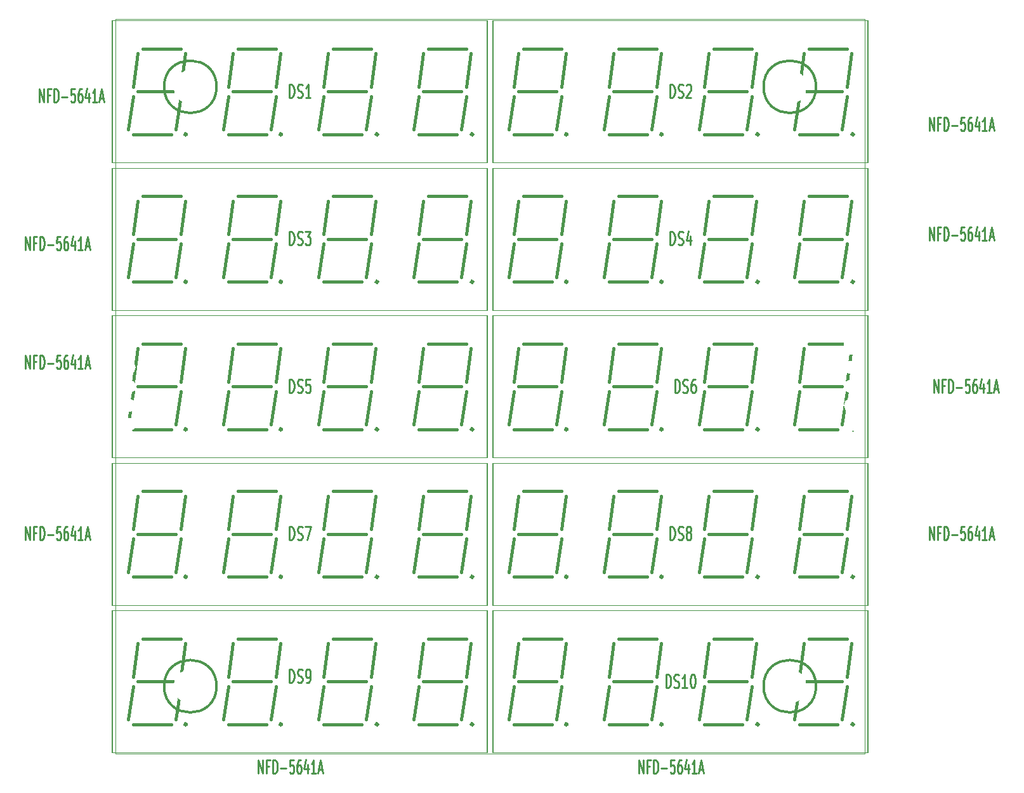
<source format=gto>
G04 #@! TF.FileFunction,Legend,Top*
%FSLAX46Y46*%
G04 Gerber Fmt 4.6, Leading zero omitted, Abs format (unit mm)*
G04 Created by KiCad (PCBNEW 4.0.2-stable) date 11/09/2016 10:57:48*
%MOMM*%
G01*
G04 APERTURE LIST*
%ADD10C,0.150000*%
%ADD11C,0.100000*%
%ADD12C,0.381000*%
%ADD13C,0.070000*%
%ADD14C,0.304800*%
%ADD15C,0.285750*%
%ADD16C,0.254000*%
%ADD17C,1.778000*%
%ADD18C,4.500880*%
%ADD19R,2.032000X1.727200*%
%ADD20O,2.032000X1.727200*%
G04 APERTURE END LIST*
D10*
D11*
X50800000Y-29000000D02*
X50800000Y-127000000D01*
X150800000Y-29000000D02*
X150800000Y-127000000D01*
X50800000Y-29000000D02*
X150800000Y-29000000D01*
X150800000Y-127000000D02*
X50800000Y-127000000D01*
D12*
X60287000Y-44345000D02*
G75*
G03X60287000Y-44345000I-127000J0D01*
G01*
X53175000Y-44345000D02*
X58255000Y-44345000D01*
X59525000Y-32915000D02*
X54445000Y-32915000D01*
X59525000Y-37995000D02*
X60160000Y-33550000D01*
X53810000Y-33550000D02*
X53175000Y-37995000D01*
X58890000Y-43710000D02*
X59525000Y-39265000D01*
X53175000Y-39265000D02*
X52540000Y-43710000D01*
X53810000Y-38630000D02*
X58890000Y-38630000D01*
X98514000Y-44345000D02*
G75*
G03X98514000Y-44345000I-127000J0D01*
G01*
X91275000Y-39265000D02*
X90640000Y-43710000D01*
X96990000Y-43710000D02*
X97625000Y-39265000D01*
X91275000Y-44345000D02*
X96355000Y-44345000D01*
X92545000Y-32915000D02*
X97625000Y-32915000D01*
X91275000Y-37995000D02*
X91910000Y-33550000D01*
X97625000Y-37995000D02*
X98260000Y-33550000D01*
X91910000Y-38630000D02*
X96990000Y-38630000D01*
D13*
X100400000Y-29130000D02*
X50400000Y-29130000D01*
X50400000Y-48130000D02*
X100400000Y-48130000D01*
D12*
X85814000Y-44345000D02*
G75*
G03X85814000Y-44345000I-127000J0D01*
G01*
X72987000Y-44345000D02*
G75*
G03X72987000Y-44345000I-127000J0D01*
G01*
X84925000Y-37995000D02*
X85560000Y-33550000D01*
X79845000Y-32915000D02*
X84925000Y-32915000D01*
X78575000Y-37995000D02*
X79210000Y-33550000D01*
X84290000Y-43710000D02*
X84925000Y-39265000D01*
X78575000Y-44345000D02*
X83655000Y-44345000D01*
X78575000Y-39265000D02*
X77940000Y-43710000D01*
X65875000Y-44345000D02*
X70955000Y-44345000D01*
X72225000Y-32915000D02*
X67145000Y-32915000D01*
X72225000Y-37995000D02*
X72860000Y-33550000D01*
X71590000Y-43710000D02*
X72225000Y-39265000D01*
X65875000Y-39265000D02*
X65240000Y-43710000D01*
X66510000Y-33550000D02*
X65875000Y-37995000D01*
X79210000Y-38630000D02*
X84290000Y-38630000D01*
X66510000Y-38630000D02*
X71590000Y-38630000D01*
D10*
X100400000Y-29130000D02*
X100400000Y-48130000D01*
X50400000Y-48130000D02*
X50400000Y-29130000D01*
D14*
X144300120Y-118000000D02*
G75*
G03X144300120Y-118000000I-3500120J0D01*
G01*
X144300120Y-38000000D02*
G75*
G03X144300120Y-38000000I-3500120J0D01*
G01*
X64300120Y-118000000D02*
G75*
G03X64300120Y-118000000I-3500120J0D01*
G01*
X64300120Y-38000000D02*
G75*
G03X64300120Y-38000000I-3500120J0D01*
G01*
D12*
X111087000Y-44345000D02*
G75*
G03X111087000Y-44345000I-127000J0D01*
G01*
X103975000Y-44345000D02*
X109055000Y-44345000D01*
X110325000Y-32915000D02*
X105245000Y-32915000D01*
X110325000Y-37995000D02*
X110960000Y-33550000D01*
X104610000Y-33550000D02*
X103975000Y-37995000D01*
X109690000Y-43710000D02*
X110325000Y-39265000D01*
X103975000Y-39265000D02*
X103340000Y-43710000D01*
X104610000Y-38630000D02*
X109690000Y-38630000D01*
X149314000Y-44345000D02*
G75*
G03X149314000Y-44345000I-127000J0D01*
G01*
X142075000Y-39265000D02*
X141440000Y-43710000D01*
X147790000Y-43710000D02*
X148425000Y-39265000D01*
X142075000Y-44345000D02*
X147155000Y-44345000D01*
X143345000Y-32915000D02*
X148425000Y-32915000D01*
X142075000Y-37995000D02*
X142710000Y-33550000D01*
X148425000Y-37995000D02*
X149060000Y-33550000D01*
X142710000Y-38630000D02*
X147790000Y-38630000D01*
D13*
X151200000Y-29130000D02*
X101200000Y-29130000D01*
X101200000Y-48130000D02*
X151200000Y-48130000D01*
D12*
X136614000Y-44345000D02*
G75*
G03X136614000Y-44345000I-127000J0D01*
G01*
X123787000Y-44345000D02*
G75*
G03X123787000Y-44345000I-127000J0D01*
G01*
X135725000Y-37995000D02*
X136360000Y-33550000D01*
X130645000Y-32915000D02*
X135725000Y-32915000D01*
X129375000Y-37995000D02*
X130010000Y-33550000D01*
X135090000Y-43710000D02*
X135725000Y-39265000D01*
X129375000Y-44345000D02*
X134455000Y-44345000D01*
X129375000Y-39265000D02*
X128740000Y-43710000D01*
X116675000Y-44345000D02*
X121755000Y-44345000D01*
X123025000Y-32915000D02*
X117945000Y-32915000D01*
X123025000Y-37995000D02*
X123660000Y-33550000D01*
X122390000Y-43710000D02*
X123025000Y-39265000D01*
X116675000Y-39265000D02*
X116040000Y-43710000D01*
X117310000Y-33550000D02*
X116675000Y-37995000D01*
X130010000Y-38630000D02*
X135090000Y-38630000D01*
X117310000Y-38630000D02*
X122390000Y-38630000D01*
D10*
X151200000Y-29130000D02*
X151200000Y-48130000D01*
X101200000Y-48130000D02*
X101200000Y-29130000D01*
D12*
X60287000Y-64030000D02*
G75*
G03X60287000Y-64030000I-127000J0D01*
G01*
X53175000Y-64030000D02*
X58255000Y-64030000D01*
X59525000Y-52600000D02*
X54445000Y-52600000D01*
X59525000Y-57680000D02*
X60160000Y-53235000D01*
X53810000Y-53235000D02*
X53175000Y-57680000D01*
X58890000Y-63395000D02*
X59525000Y-58950000D01*
X53175000Y-58950000D02*
X52540000Y-63395000D01*
X53810000Y-58315000D02*
X58890000Y-58315000D01*
X98514000Y-64030000D02*
G75*
G03X98514000Y-64030000I-127000J0D01*
G01*
X91275000Y-58950000D02*
X90640000Y-63395000D01*
X96990000Y-63395000D02*
X97625000Y-58950000D01*
X91275000Y-64030000D02*
X96355000Y-64030000D01*
X92545000Y-52600000D02*
X97625000Y-52600000D01*
X91275000Y-57680000D02*
X91910000Y-53235000D01*
X97625000Y-57680000D02*
X98260000Y-53235000D01*
X91910000Y-58315000D02*
X96990000Y-58315000D01*
D13*
X100400000Y-48815000D02*
X50400000Y-48815000D01*
X50400000Y-67815000D02*
X100400000Y-67815000D01*
D12*
X85814000Y-64030000D02*
G75*
G03X85814000Y-64030000I-127000J0D01*
G01*
X72987000Y-64030000D02*
G75*
G03X72987000Y-64030000I-127000J0D01*
G01*
X84925000Y-57680000D02*
X85560000Y-53235000D01*
X79845000Y-52600000D02*
X84925000Y-52600000D01*
X78575000Y-57680000D02*
X79210000Y-53235000D01*
X84290000Y-63395000D02*
X84925000Y-58950000D01*
X78575000Y-64030000D02*
X83655000Y-64030000D01*
X78575000Y-58950000D02*
X77940000Y-63395000D01*
X65875000Y-64030000D02*
X70955000Y-64030000D01*
X72225000Y-52600000D02*
X67145000Y-52600000D01*
X72225000Y-57680000D02*
X72860000Y-53235000D01*
X71590000Y-63395000D02*
X72225000Y-58950000D01*
X65875000Y-58950000D02*
X65240000Y-63395000D01*
X66510000Y-53235000D02*
X65875000Y-57680000D01*
X79210000Y-58315000D02*
X84290000Y-58315000D01*
X66510000Y-58315000D02*
X71590000Y-58315000D01*
D10*
X100400000Y-48815000D02*
X100400000Y-67815000D01*
X50400000Y-67815000D02*
X50400000Y-48815000D01*
D12*
X111087000Y-64030000D02*
G75*
G03X111087000Y-64030000I-127000J0D01*
G01*
X103975000Y-64030000D02*
X109055000Y-64030000D01*
X110325000Y-52600000D02*
X105245000Y-52600000D01*
X110325000Y-57680000D02*
X110960000Y-53235000D01*
X104610000Y-53235000D02*
X103975000Y-57680000D01*
X109690000Y-63395000D02*
X110325000Y-58950000D01*
X103975000Y-58950000D02*
X103340000Y-63395000D01*
X104610000Y-58315000D02*
X109690000Y-58315000D01*
X149314000Y-64030000D02*
G75*
G03X149314000Y-64030000I-127000J0D01*
G01*
X142075000Y-58950000D02*
X141440000Y-63395000D01*
X147790000Y-63395000D02*
X148425000Y-58950000D01*
X142075000Y-64030000D02*
X147155000Y-64030000D01*
X143345000Y-52600000D02*
X148425000Y-52600000D01*
X142075000Y-57680000D02*
X142710000Y-53235000D01*
X148425000Y-57680000D02*
X149060000Y-53235000D01*
X142710000Y-58315000D02*
X147790000Y-58315000D01*
D13*
X151200000Y-48815000D02*
X101200000Y-48815000D01*
X101200000Y-67815000D02*
X151200000Y-67815000D01*
D12*
X136614000Y-64030000D02*
G75*
G03X136614000Y-64030000I-127000J0D01*
G01*
X123787000Y-64030000D02*
G75*
G03X123787000Y-64030000I-127000J0D01*
G01*
X135725000Y-57680000D02*
X136360000Y-53235000D01*
X130645000Y-52600000D02*
X135725000Y-52600000D01*
X129375000Y-57680000D02*
X130010000Y-53235000D01*
X135090000Y-63395000D02*
X135725000Y-58950000D01*
X129375000Y-64030000D02*
X134455000Y-64030000D01*
X129375000Y-58950000D02*
X128740000Y-63395000D01*
X116675000Y-64030000D02*
X121755000Y-64030000D01*
X123025000Y-52600000D02*
X117945000Y-52600000D01*
X123025000Y-57680000D02*
X123660000Y-53235000D01*
X122390000Y-63395000D02*
X123025000Y-58950000D01*
X116675000Y-58950000D02*
X116040000Y-63395000D01*
X117310000Y-53235000D02*
X116675000Y-57680000D01*
X130010000Y-58315000D02*
X135090000Y-58315000D01*
X117310000Y-58315000D02*
X122390000Y-58315000D01*
D10*
X151200000Y-48815000D02*
X151200000Y-67815000D01*
X101200000Y-67815000D02*
X101200000Y-48815000D01*
D12*
X60287000Y-83715000D02*
G75*
G03X60287000Y-83715000I-127000J0D01*
G01*
X53175000Y-83715000D02*
X58255000Y-83715000D01*
X59525000Y-72285000D02*
X54445000Y-72285000D01*
X59525000Y-77365000D02*
X60160000Y-72920000D01*
X53810000Y-72920000D02*
X53175000Y-77365000D01*
X58890000Y-83080000D02*
X59525000Y-78635000D01*
X53175000Y-78635000D02*
X52540000Y-83080000D01*
X53810000Y-78000000D02*
X58890000Y-78000000D01*
X98514000Y-83715000D02*
G75*
G03X98514000Y-83715000I-127000J0D01*
G01*
X91275000Y-78635000D02*
X90640000Y-83080000D01*
X96990000Y-83080000D02*
X97625000Y-78635000D01*
X91275000Y-83715000D02*
X96355000Y-83715000D01*
X92545000Y-72285000D02*
X97625000Y-72285000D01*
X91275000Y-77365000D02*
X91910000Y-72920000D01*
X97625000Y-77365000D02*
X98260000Y-72920000D01*
X91910000Y-78000000D02*
X96990000Y-78000000D01*
D13*
X100400000Y-68500000D02*
X50400000Y-68500000D01*
X50400000Y-87500000D02*
X100400000Y-87500000D01*
D12*
X85814000Y-83715000D02*
G75*
G03X85814000Y-83715000I-127000J0D01*
G01*
X72987000Y-83715000D02*
G75*
G03X72987000Y-83715000I-127000J0D01*
G01*
X84925000Y-77365000D02*
X85560000Y-72920000D01*
X79845000Y-72285000D02*
X84925000Y-72285000D01*
X78575000Y-77365000D02*
X79210000Y-72920000D01*
X84290000Y-83080000D02*
X84925000Y-78635000D01*
X78575000Y-83715000D02*
X83655000Y-83715000D01*
X78575000Y-78635000D02*
X77940000Y-83080000D01*
X65875000Y-83715000D02*
X70955000Y-83715000D01*
X72225000Y-72285000D02*
X67145000Y-72285000D01*
X72225000Y-77365000D02*
X72860000Y-72920000D01*
X71590000Y-83080000D02*
X72225000Y-78635000D01*
X65875000Y-78635000D02*
X65240000Y-83080000D01*
X66510000Y-72920000D02*
X65875000Y-77365000D01*
X79210000Y-78000000D02*
X84290000Y-78000000D01*
X66510000Y-78000000D02*
X71590000Y-78000000D01*
D10*
X100400000Y-68500000D02*
X100400000Y-87500000D01*
X50400000Y-87500000D02*
X50400000Y-68500000D01*
D12*
X111087000Y-83715000D02*
G75*
G03X111087000Y-83715000I-127000J0D01*
G01*
X103975000Y-83715000D02*
X109055000Y-83715000D01*
X110325000Y-72285000D02*
X105245000Y-72285000D01*
X110325000Y-77365000D02*
X110960000Y-72920000D01*
X104610000Y-72920000D02*
X103975000Y-77365000D01*
X109690000Y-83080000D02*
X110325000Y-78635000D01*
X103975000Y-78635000D02*
X103340000Y-83080000D01*
X104610000Y-78000000D02*
X109690000Y-78000000D01*
X149314000Y-83715000D02*
G75*
G03X149314000Y-83715000I-127000J0D01*
G01*
X142075000Y-78635000D02*
X141440000Y-83080000D01*
X147790000Y-83080000D02*
X148425000Y-78635000D01*
X142075000Y-83715000D02*
X147155000Y-83715000D01*
X143345000Y-72285000D02*
X148425000Y-72285000D01*
X142075000Y-77365000D02*
X142710000Y-72920000D01*
X148425000Y-77365000D02*
X149060000Y-72920000D01*
X142710000Y-78000000D02*
X147790000Y-78000000D01*
D13*
X151200000Y-68500000D02*
X101200000Y-68500000D01*
X101200000Y-87500000D02*
X151200000Y-87500000D01*
D12*
X136614000Y-83715000D02*
G75*
G03X136614000Y-83715000I-127000J0D01*
G01*
X123787000Y-83715000D02*
G75*
G03X123787000Y-83715000I-127000J0D01*
G01*
X135725000Y-77365000D02*
X136360000Y-72920000D01*
X130645000Y-72285000D02*
X135725000Y-72285000D01*
X129375000Y-77365000D02*
X130010000Y-72920000D01*
X135090000Y-83080000D02*
X135725000Y-78635000D01*
X129375000Y-83715000D02*
X134455000Y-83715000D01*
X129375000Y-78635000D02*
X128740000Y-83080000D01*
X116675000Y-83715000D02*
X121755000Y-83715000D01*
X123025000Y-72285000D02*
X117945000Y-72285000D01*
X123025000Y-77365000D02*
X123660000Y-72920000D01*
X122390000Y-83080000D02*
X123025000Y-78635000D01*
X116675000Y-78635000D02*
X116040000Y-83080000D01*
X117310000Y-72920000D02*
X116675000Y-77365000D01*
X130010000Y-78000000D02*
X135090000Y-78000000D01*
X117310000Y-78000000D02*
X122390000Y-78000000D01*
D10*
X151200000Y-68500000D02*
X151200000Y-87500000D01*
X101200000Y-87500000D02*
X101200000Y-68500000D01*
D12*
X60287000Y-103400000D02*
G75*
G03X60287000Y-103400000I-127000J0D01*
G01*
X53175000Y-103400000D02*
X58255000Y-103400000D01*
X59525000Y-91970000D02*
X54445000Y-91970000D01*
X59525000Y-97050000D02*
X60160000Y-92605000D01*
X53810000Y-92605000D02*
X53175000Y-97050000D01*
X58890000Y-102765000D02*
X59525000Y-98320000D01*
X53175000Y-98320000D02*
X52540000Y-102765000D01*
X53810000Y-97685000D02*
X58890000Y-97685000D01*
X98514000Y-103400000D02*
G75*
G03X98514000Y-103400000I-127000J0D01*
G01*
X91275000Y-98320000D02*
X90640000Y-102765000D01*
X96990000Y-102765000D02*
X97625000Y-98320000D01*
X91275000Y-103400000D02*
X96355000Y-103400000D01*
X92545000Y-91970000D02*
X97625000Y-91970000D01*
X91275000Y-97050000D02*
X91910000Y-92605000D01*
X97625000Y-97050000D02*
X98260000Y-92605000D01*
X91910000Y-97685000D02*
X96990000Y-97685000D01*
D13*
X100400000Y-88185000D02*
X50400000Y-88185000D01*
X50400000Y-107185000D02*
X100400000Y-107185000D01*
D12*
X85814000Y-103400000D02*
G75*
G03X85814000Y-103400000I-127000J0D01*
G01*
X72987000Y-103400000D02*
G75*
G03X72987000Y-103400000I-127000J0D01*
G01*
X84925000Y-97050000D02*
X85560000Y-92605000D01*
X79845000Y-91970000D02*
X84925000Y-91970000D01*
X78575000Y-97050000D02*
X79210000Y-92605000D01*
X84290000Y-102765000D02*
X84925000Y-98320000D01*
X78575000Y-103400000D02*
X83655000Y-103400000D01*
X78575000Y-98320000D02*
X77940000Y-102765000D01*
X65875000Y-103400000D02*
X70955000Y-103400000D01*
X72225000Y-91970000D02*
X67145000Y-91970000D01*
X72225000Y-97050000D02*
X72860000Y-92605000D01*
X71590000Y-102765000D02*
X72225000Y-98320000D01*
X65875000Y-98320000D02*
X65240000Y-102765000D01*
X66510000Y-92605000D02*
X65875000Y-97050000D01*
X79210000Y-97685000D02*
X84290000Y-97685000D01*
X66510000Y-97685000D02*
X71590000Y-97685000D01*
D10*
X100400000Y-88185000D02*
X100400000Y-107185000D01*
X50400000Y-107185000D02*
X50400000Y-88185000D01*
D12*
X111087000Y-103400000D02*
G75*
G03X111087000Y-103400000I-127000J0D01*
G01*
X103975000Y-103400000D02*
X109055000Y-103400000D01*
X110325000Y-91970000D02*
X105245000Y-91970000D01*
X110325000Y-97050000D02*
X110960000Y-92605000D01*
X104610000Y-92605000D02*
X103975000Y-97050000D01*
X109690000Y-102765000D02*
X110325000Y-98320000D01*
X103975000Y-98320000D02*
X103340000Y-102765000D01*
X104610000Y-97685000D02*
X109690000Y-97685000D01*
X149314000Y-103400000D02*
G75*
G03X149314000Y-103400000I-127000J0D01*
G01*
X142075000Y-98320000D02*
X141440000Y-102765000D01*
X147790000Y-102765000D02*
X148425000Y-98320000D01*
X142075000Y-103400000D02*
X147155000Y-103400000D01*
X143345000Y-91970000D02*
X148425000Y-91970000D01*
X142075000Y-97050000D02*
X142710000Y-92605000D01*
X148425000Y-97050000D02*
X149060000Y-92605000D01*
X142710000Y-97685000D02*
X147790000Y-97685000D01*
D13*
X151200000Y-88185000D02*
X101200000Y-88185000D01*
X101200000Y-107185000D02*
X151200000Y-107185000D01*
D12*
X136614000Y-103400000D02*
G75*
G03X136614000Y-103400000I-127000J0D01*
G01*
X123787000Y-103400000D02*
G75*
G03X123787000Y-103400000I-127000J0D01*
G01*
X135725000Y-97050000D02*
X136360000Y-92605000D01*
X130645000Y-91970000D02*
X135725000Y-91970000D01*
X129375000Y-97050000D02*
X130010000Y-92605000D01*
X135090000Y-102765000D02*
X135725000Y-98320000D01*
X129375000Y-103400000D02*
X134455000Y-103400000D01*
X129375000Y-98320000D02*
X128740000Y-102765000D01*
X116675000Y-103400000D02*
X121755000Y-103400000D01*
X123025000Y-91970000D02*
X117945000Y-91970000D01*
X123025000Y-97050000D02*
X123660000Y-92605000D01*
X122390000Y-102765000D02*
X123025000Y-98320000D01*
X116675000Y-98320000D02*
X116040000Y-102765000D01*
X117310000Y-92605000D02*
X116675000Y-97050000D01*
X130010000Y-97685000D02*
X135090000Y-97685000D01*
X117310000Y-97685000D02*
X122390000Y-97685000D01*
D10*
X151200000Y-88185000D02*
X151200000Y-107185000D01*
X101200000Y-107185000D02*
X101200000Y-88185000D01*
D12*
X60287000Y-123085000D02*
G75*
G03X60287000Y-123085000I-127000J0D01*
G01*
X53175000Y-123085000D02*
X58255000Y-123085000D01*
X59525000Y-111655000D02*
X54445000Y-111655000D01*
X59525000Y-116735000D02*
X60160000Y-112290000D01*
X53810000Y-112290000D02*
X53175000Y-116735000D01*
X58890000Y-122450000D02*
X59525000Y-118005000D01*
X53175000Y-118005000D02*
X52540000Y-122450000D01*
X53810000Y-117370000D02*
X58890000Y-117370000D01*
X98514000Y-123085000D02*
G75*
G03X98514000Y-123085000I-127000J0D01*
G01*
X91275000Y-118005000D02*
X90640000Y-122450000D01*
X96990000Y-122450000D02*
X97625000Y-118005000D01*
X91275000Y-123085000D02*
X96355000Y-123085000D01*
X92545000Y-111655000D02*
X97625000Y-111655000D01*
X91275000Y-116735000D02*
X91910000Y-112290000D01*
X97625000Y-116735000D02*
X98260000Y-112290000D01*
X91910000Y-117370000D02*
X96990000Y-117370000D01*
D13*
X100400000Y-107870000D02*
X50400000Y-107870000D01*
X50400000Y-126870000D02*
X100400000Y-126870000D01*
D12*
X85814000Y-123085000D02*
G75*
G03X85814000Y-123085000I-127000J0D01*
G01*
X72987000Y-123085000D02*
G75*
G03X72987000Y-123085000I-127000J0D01*
G01*
X84925000Y-116735000D02*
X85560000Y-112290000D01*
X79845000Y-111655000D02*
X84925000Y-111655000D01*
X78575000Y-116735000D02*
X79210000Y-112290000D01*
X84290000Y-122450000D02*
X84925000Y-118005000D01*
X78575000Y-123085000D02*
X83655000Y-123085000D01*
X78575000Y-118005000D02*
X77940000Y-122450000D01*
X65875000Y-123085000D02*
X70955000Y-123085000D01*
X72225000Y-111655000D02*
X67145000Y-111655000D01*
X72225000Y-116735000D02*
X72860000Y-112290000D01*
X71590000Y-122450000D02*
X72225000Y-118005000D01*
X65875000Y-118005000D02*
X65240000Y-122450000D01*
X66510000Y-112290000D02*
X65875000Y-116735000D01*
X79210000Y-117370000D02*
X84290000Y-117370000D01*
X66510000Y-117370000D02*
X71590000Y-117370000D01*
D10*
X100400000Y-107870000D02*
X100400000Y-126870000D01*
X50400000Y-126870000D02*
X50400000Y-107870000D01*
D12*
X111087000Y-123085000D02*
G75*
G03X111087000Y-123085000I-127000J0D01*
G01*
X103975000Y-123085000D02*
X109055000Y-123085000D01*
X110325000Y-111655000D02*
X105245000Y-111655000D01*
X110325000Y-116735000D02*
X110960000Y-112290000D01*
X104610000Y-112290000D02*
X103975000Y-116735000D01*
X109690000Y-122450000D02*
X110325000Y-118005000D01*
X103975000Y-118005000D02*
X103340000Y-122450000D01*
X104610000Y-117370000D02*
X109690000Y-117370000D01*
X149314000Y-123085000D02*
G75*
G03X149314000Y-123085000I-127000J0D01*
G01*
X142075000Y-118005000D02*
X141440000Y-122450000D01*
X147790000Y-122450000D02*
X148425000Y-118005000D01*
X142075000Y-123085000D02*
X147155000Y-123085000D01*
X143345000Y-111655000D02*
X148425000Y-111655000D01*
X142075000Y-116735000D02*
X142710000Y-112290000D01*
X148425000Y-116735000D02*
X149060000Y-112290000D01*
X142710000Y-117370000D02*
X147790000Y-117370000D01*
D13*
X151200000Y-107870000D02*
X101200000Y-107870000D01*
X101200000Y-126870000D02*
X151200000Y-126870000D01*
D12*
X136614000Y-123085000D02*
G75*
G03X136614000Y-123085000I-127000J0D01*
G01*
X123787000Y-123085000D02*
G75*
G03X123787000Y-123085000I-127000J0D01*
G01*
X135725000Y-116735000D02*
X136360000Y-112290000D01*
X130645000Y-111655000D02*
X135725000Y-111655000D01*
X129375000Y-116735000D02*
X130010000Y-112290000D01*
X135090000Y-122450000D02*
X135725000Y-118005000D01*
X129375000Y-123085000D02*
X134455000Y-123085000D01*
X129375000Y-118005000D02*
X128740000Y-122450000D01*
X116675000Y-123085000D02*
X121755000Y-123085000D01*
X123025000Y-111655000D02*
X117945000Y-111655000D01*
X123025000Y-116735000D02*
X123660000Y-112290000D01*
X122390000Y-122450000D02*
X123025000Y-118005000D01*
X116675000Y-118005000D02*
X116040000Y-122450000D01*
X117310000Y-112290000D02*
X116675000Y-116735000D01*
X130010000Y-117370000D02*
X135090000Y-117370000D01*
X117310000Y-117370000D02*
X122390000Y-117370000D01*
D10*
X151200000Y-107870000D02*
X151200000Y-126870000D01*
X101200000Y-126870000D02*
X101200000Y-107870000D01*
D15*
X74012072Y-39434333D02*
X74012072Y-37656333D01*
X74284215Y-37656333D01*
X74447500Y-37741000D01*
X74556358Y-37910333D01*
X74610786Y-38079667D01*
X74665215Y-38418333D01*
X74665215Y-38672333D01*
X74610786Y-39011000D01*
X74556358Y-39180333D01*
X74447500Y-39349667D01*
X74284215Y-39434333D01*
X74012072Y-39434333D01*
X75100643Y-39349667D02*
X75263929Y-39434333D01*
X75536072Y-39434333D01*
X75644929Y-39349667D01*
X75699358Y-39265000D01*
X75753786Y-39095667D01*
X75753786Y-38926333D01*
X75699358Y-38757000D01*
X75644929Y-38672333D01*
X75536072Y-38587667D01*
X75318358Y-38503000D01*
X75209500Y-38418333D01*
X75155072Y-38333667D01*
X75100643Y-38164333D01*
X75100643Y-37995000D01*
X75155072Y-37825667D01*
X75209500Y-37741000D01*
X75318358Y-37656333D01*
X75590500Y-37656333D01*
X75753786Y-37741000D01*
X76842357Y-39434333D02*
X76189214Y-39434333D01*
X76515786Y-39434333D02*
X76515786Y-37656333D01*
X76406929Y-37910333D01*
X76298071Y-38079667D01*
X76189214Y-38164333D01*
D16*
X40686667Y-40069333D02*
X40686667Y-38291333D01*
X41267238Y-40069333D01*
X41267238Y-38291333D01*
X42089714Y-39138000D02*
X41751048Y-39138000D01*
X41751048Y-40069333D02*
X41751048Y-38291333D01*
X42234857Y-38291333D01*
X42621905Y-40069333D02*
X42621905Y-38291333D01*
X42863810Y-38291333D01*
X43008952Y-38376000D01*
X43105714Y-38545333D01*
X43154095Y-38714667D01*
X43202476Y-39053333D01*
X43202476Y-39307333D01*
X43154095Y-39646000D01*
X43105714Y-39815333D01*
X43008952Y-39984667D01*
X42863810Y-40069333D01*
X42621905Y-40069333D01*
X43637905Y-39392000D02*
X44412000Y-39392000D01*
X45379619Y-38291333D02*
X44895810Y-38291333D01*
X44847429Y-39138000D01*
X44895810Y-39053333D01*
X44992572Y-38968667D01*
X45234476Y-38968667D01*
X45331238Y-39053333D01*
X45379619Y-39138000D01*
X45428000Y-39307333D01*
X45428000Y-39730667D01*
X45379619Y-39900000D01*
X45331238Y-39984667D01*
X45234476Y-40069333D01*
X44992572Y-40069333D01*
X44895810Y-39984667D01*
X44847429Y-39900000D01*
X46298857Y-38291333D02*
X46105334Y-38291333D01*
X46008572Y-38376000D01*
X45960191Y-38460667D01*
X45863429Y-38714667D01*
X45815048Y-39053333D01*
X45815048Y-39730667D01*
X45863429Y-39900000D01*
X45911810Y-39984667D01*
X46008572Y-40069333D01*
X46202095Y-40069333D01*
X46298857Y-39984667D01*
X46347238Y-39900000D01*
X46395619Y-39730667D01*
X46395619Y-39307333D01*
X46347238Y-39138000D01*
X46298857Y-39053333D01*
X46202095Y-38968667D01*
X46008572Y-38968667D01*
X45911810Y-39053333D01*
X45863429Y-39138000D01*
X45815048Y-39307333D01*
X47266476Y-38884000D02*
X47266476Y-40069333D01*
X47024572Y-38206667D02*
X46782667Y-39476667D01*
X47411619Y-39476667D01*
X48330857Y-40069333D02*
X47750286Y-40069333D01*
X48040572Y-40069333D02*
X48040572Y-38291333D01*
X47943810Y-38545333D01*
X47847048Y-38714667D01*
X47750286Y-38799333D01*
X48717905Y-39561333D02*
X49201714Y-39561333D01*
X48621143Y-40069333D02*
X48959810Y-38291333D01*
X49298476Y-40069333D01*
D15*
X124812072Y-39434333D02*
X124812072Y-37656333D01*
X125084215Y-37656333D01*
X125247500Y-37741000D01*
X125356358Y-37910333D01*
X125410786Y-38079667D01*
X125465215Y-38418333D01*
X125465215Y-38672333D01*
X125410786Y-39011000D01*
X125356358Y-39180333D01*
X125247500Y-39349667D01*
X125084215Y-39434333D01*
X124812072Y-39434333D01*
X125900643Y-39349667D02*
X126063929Y-39434333D01*
X126336072Y-39434333D01*
X126444929Y-39349667D01*
X126499358Y-39265000D01*
X126553786Y-39095667D01*
X126553786Y-38926333D01*
X126499358Y-38757000D01*
X126444929Y-38672333D01*
X126336072Y-38587667D01*
X126118358Y-38503000D01*
X126009500Y-38418333D01*
X125955072Y-38333667D01*
X125900643Y-38164333D01*
X125900643Y-37995000D01*
X125955072Y-37825667D01*
X126009500Y-37741000D01*
X126118358Y-37656333D01*
X126390500Y-37656333D01*
X126553786Y-37741000D01*
X126989214Y-37825667D02*
X127043643Y-37741000D01*
X127152500Y-37656333D01*
X127424643Y-37656333D01*
X127533500Y-37741000D01*
X127587929Y-37825667D01*
X127642357Y-37995000D01*
X127642357Y-38164333D01*
X127587929Y-38418333D01*
X126934786Y-39434333D01*
X127642357Y-39434333D01*
D16*
X159431667Y-43879333D02*
X159431667Y-42101333D01*
X160012238Y-43879333D01*
X160012238Y-42101333D01*
X160834714Y-42948000D02*
X160496048Y-42948000D01*
X160496048Y-43879333D02*
X160496048Y-42101333D01*
X160979857Y-42101333D01*
X161366905Y-43879333D02*
X161366905Y-42101333D01*
X161608810Y-42101333D01*
X161753952Y-42186000D01*
X161850714Y-42355333D01*
X161899095Y-42524667D01*
X161947476Y-42863333D01*
X161947476Y-43117333D01*
X161899095Y-43456000D01*
X161850714Y-43625333D01*
X161753952Y-43794667D01*
X161608810Y-43879333D01*
X161366905Y-43879333D01*
X162382905Y-43202000D02*
X163157000Y-43202000D01*
X164124619Y-42101333D02*
X163640810Y-42101333D01*
X163592429Y-42948000D01*
X163640810Y-42863333D01*
X163737572Y-42778667D01*
X163979476Y-42778667D01*
X164076238Y-42863333D01*
X164124619Y-42948000D01*
X164173000Y-43117333D01*
X164173000Y-43540667D01*
X164124619Y-43710000D01*
X164076238Y-43794667D01*
X163979476Y-43879333D01*
X163737572Y-43879333D01*
X163640810Y-43794667D01*
X163592429Y-43710000D01*
X165043857Y-42101333D02*
X164850334Y-42101333D01*
X164753572Y-42186000D01*
X164705191Y-42270667D01*
X164608429Y-42524667D01*
X164560048Y-42863333D01*
X164560048Y-43540667D01*
X164608429Y-43710000D01*
X164656810Y-43794667D01*
X164753572Y-43879333D01*
X164947095Y-43879333D01*
X165043857Y-43794667D01*
X165092238Y-43710000D01*
X165140619Y-43540667D01*
X165140619Y-43117333D01*
X165092238Y-42948000D01*
X165043857Y-42863333D01*
X164947095Y-42778667D01*
X164753572Y-42778667D01*
X164656810Y-42863333D01*
X164608429Y-42948000D01*
X164560048Y-43117333D01*
X166011476Y-42694000D02*
X166011476Y-43879333D01*
X165769572Y-42016667D02*
X165527667Y-43286667D01*
X166156619Y-43286667D01*
X167075857Y-43879333D02*
X166495286Y-43879333D01*
X166785572Y-43879333D02*
X166785572Y-42101333D01*
X166688810Y-42355333D01*
X166592048Y-42524667D01*
X166495286Y-42609333D01*
X167462905Y-43371333D02*
X167946714Y-43371333D01*
X167366143Y-43879333D02*
X167704810Y-42101333D01*
X168043476Y-43879333D01*
D15*
X74012072Y-59119333D02*
X74012072Y-57341333D01*
X74284215Y-57341333D01*
X74447500Y-57426000D01*
X74556358Y-57595333D01*
X74610786Y-57764667D01*
X74665215Y-58103333D01*
X74665215Y-58357333D01*
X74610786Y-58696000D01*
X74556358Y-58865333D01*
X74447500Y-59034667D01*
X74284215Y-59119333D01*
X74012072Y-59119333D01*
X75100643Y-59034667D02*
X75263929Y-59119333D01*
X75536072Y-59119333D01*
X75644929Y-59034667D01*
X75699358Y-58950000D01*
X75753786Y-58780667D01*
X75753786Y-58611333D01*
X75699358Y-58442000D01*
X75644929Y-58357333D01*
X75536072Y-58272667D01*
X75318358Y-58188000D01*
X75209500Y-58103333D01*
X75155072Y-58018667D01*
X75100643Y-57849333D01*
X75100643Y-57680000D01*
X75155072Y-57510667D01*
X75209500Y-57426000D01*
X75318358Y-57341333D01*
X75590500Y-57341333D01*
X75753786Y-57426000D01*
X76134786Y-57341333D02*
X76842357Y-57341333D01*
X76461357Y-58018667D01*
X76624643Y-58018667D01*
X76733500Y-58103333D01*
X76787929Y-58188000D01*
X76842357Y-58357333D01*
X76842357Y-58780667D01*
X76787929Y-58950000D01*
X76733500Y-59034667D01*
X76624643Y-59119333D01*
X76298071Y-59119333D01*
X76189214Y-59034667D01*
X76134786Y-58950000D01*
D16*
X38781667Y-59754333D02*
X38781667Y-57976333D01*
X39362238Y-59754333D01*
X39362238Y-57976333D01*
X40184714Y-58823000D02*
X39846048Y-58823000D01*
X39846048Y-59754333D02*
X39846048Y-57976333D01*
X40329857Y-57976333D01*
X40716905Y-59754333D02*
X40716905Y-57976333D01*
X40958810Y-57976333D01*
X41103952Y-58061000D01*
X41200714Y-58230333D01*
X41249095Y-58399667D01*
X41297476Y-58738333D01*
X41297476Y-58992333D01*
X41249095Y-59331000D01*
X41200714Y-59500333D01*
X41103952Y-59669667D01*
X40958810Y-59754333D01*
X40716905Y-59754333D01*
X41732905Y-59077000D02*
X42507000Y-59077000D01*
X43474619Y-57976333D02*
X42990810Y-57976333D01*
X42942429Y-58823000D01*
X42990810Y-58738333D01*
X43087572Y-58653667D01*
X43329476Y-58653667D01*
X43426238Y-58738333D01*
X43474619Y-58823000D01*
X43523000Y-58992333D01*
X43523000Y-59415667D01*
X43474619Y-59585000D01*
X43426238Y-59669667D01*
X43329476Y-59754333D01*
X43087572Y-59754333D01*
X42990810Y-59669667D01*
X42942429Y-59585000D01*
X44393857Y-57976333D02*
X44200334Y-57976333D01*
X44103572Y-58061000D01*
X44055191Y-58145667D01*
X43958429Y-58399667D01*
X43910048Y-58738333D01*
X43910048Y-59415667D01*
X43958429Y-59585000D01*
X44006810Y-59669667D01*
X44103572Y-59754333D01*
X44297095Y-59754333D01*
X44393857Y-59669667D01*
X44442238Y-59585000D01*
X44490619Y-59415667D01*
X44490619Y-58992333D01*
X44442238Y-58823000D01*
X44393857Y-58738333D01*
X44297095Y-58653667D01*
X44103572Y-58653667D01*
X44006810Y-58738333D01*
X43958429Y-58823000D01*
X43910048Y-58992333D01*
X45361476Y-58569000D02*
X45361476Y-59754333D01*
X45119572Y-57891667D02*
X44877667Y-59161667D01*
X45506619Y-59161667D01*
X46425857Y-59754333D02*
X45845286Y-59754333D01*
X46135572Y-59754333D02*
X46135572Y-57976333D01*
X46038810Y-58230333D01*
X45942048Y-58399667D01*
X45845286Y-58484333D01*
X46812905Y-59246333D02*
X47296714Y-59246333D01*
X46716143Y-59754333D02*
X47054810Y-57976333D01*
X47393476Y-59754333D01*
D15*
X124812072Y-59119333D02*
X124812072Y-57341333D01*
X125084215Y-57341333D01*
X125247500Y-57426000D01*
X125356358Y-57595333D01*
X125410786Y-57764667D01*
X125465215Y-58103333D01*
X125465215Y-58357333D01*
X125410786Y-58696000D01*
X125356358Y-58865333D01*
X125247500Y-59034667D01*
X125084215Y-59119333D01*
X124812072Y-59119333D01*
X125900643Y-59034667D02*
X126063929Y-59119333D01*
X126336072Y-59119333D01*
X126444929Y-59034667D01*
X126499358Y-58950000D01*
X126553786Y-58780667D01*
X126553786Y-58611333D01*
X126499358Y-58442000D01*
X126444929Y-58357333D01*
X126336072Y-58272667D01*
X126118358Y-58188000D01*
X126009500Y-58103333D01*
X125955072Y-58018667D01*
X125900643Y-57849333D01*
X125900643Y-57680000D01*
X125955072Y-57510667D01*
X126009500Y-57426000D01*
X126118358Y-57341333D01*
X126390500Y-57341333D01*
X126553786Y-57426000D01*
X127533500Y-57934000D02*
X127533500Y-59119333D01*
X127261357Y-57256667D02*
X126989214Y-58526667D01*
X127696786Y-58526667D01*
D16*
X159431667Y-58484333D02*
X159431667Y-56706333D01*
X160012238Y-58484333D01*
X160012238Y-56706333D01*
X160834714Y-57553000D02*
X160496048Y-57553000D01*
X160496048Y-58484333D02*
X160496048Y-56706333D01*
X160979857Y-56706333D01*
X161366905Y-58484333D02*
X161366905Y-56706333D01*
X161608810Y-56706333D01*
X161753952Y-56791000D01*
X161850714Y-56960333D01*
X161899095Y-57129667D01*
X161947476Y-57468333D01*
X161947476Y-57722333D01*
X161899095Y-58061000D01*
X161850714Y-58230333D01*
X161753952Y-58399667D01*
X161608810Y-58484333D01*
X161366905Y-58484333D01*
X162382905Y-57807000D02*
X163157000Y-57807000D01*
X164124619Y-56706333D02*
X163640810Y-56706333D01*
X163592429Y-57553000D01*
X163640810Y-57468333D01*
X163737572Y-57383667D01*
X163979476Y-57383667D01*
X164076238Y-57468333D01*
X164124619Y-57553000D01*
X164173000Y-57722333D01*
X164173000Y-58145667D01*
X164124619Y-58315000D01*
X164076238Y-58399667D01*
X163979476Y-58484333D01*
X163737572Y-58484333D01*
X163640810Y-58399667D01*
X163592429Y-58315000D01*
X165043857Y-56706333D02*
X164850334Y-56706333D01*
X164753572Y-56791000D01*
X164705191Y-56875667D01*
X164608429Y-57129667D01*
X164560048Y-57468333D01*
X164560048Y-58145667D01*
X164608429Y-58315000D01*
X164656810Y-58399667D01*
X164753572Y-58484333D01*
X164947095Y-58484333D01*
X165043857Y-58399667D01*
X165092238Y-58315000D01*
X165140619Y-58145667D01*
X165140619Y-57722333D01*
X165092238Y-57553000D01*
X165043857Y-57468333D01*
X164947095Y-57383667D01*
X164753572Y-57383667D01*
X164656810Y-57468333D01*
X164608429Y-57553000D01*
X164560048Y-57722333D01*
X166011476Y-57299000D02*
X166011476Y-58484333D01*
X165769572Y-56621667D02*
X165527667Y-57891667D01*
X166156619Y-57891667D01*
X167075857Y-58484333D02*
X166495286Y-58484333D01*
X166785572Y-58484333D02*
X166785572Y-56706333D01*
X166688810Y-56960333D01*
X166592048Y-57129667D01*
X166495286Y-57214333D01*
X167462905Y-57976333D02*
X167946714Y-57976333D01*
X167366143Y-58484333D02*
X167704810Y-56706333D01*
X168043476Y-58484333D01*
D15*
X74012072Y-78804333D02*
X74012072Y-77026333D01*
X74284215Y-77026333D01*
X74447500Y-77111000D01*
X74556358Y-77280333D01*
X74610786Y-77449667D01*
X74665215Y-77788333D01*
X74665215Y-78042333D01*
X74610786Y-78381000D01*
X74556358Y-78550333D01*
X74447500Y-78719667D01*
X74284215Y-78804333D01*
X74012072Y-78804333D01*
X75100643Y-78719667D02*
X75263929Y-78804333D01*
X75536072Y-78804333D01*
X75644929Y-78719667D01*
X75699358Y-78635000D01*
X75753786Y-78465667D01*
X75753786Y-78296333D01*
X75699358Y-78127000D01*
X75644929Y-78042333D01*
X75536072Y-77957667D01*
X75318358Y-77873000D01*
X75209500Y-77788333D01*
X75155072Y-77703667D01*
X75100643Y-77534333D01*
X75100643Y-77365000D01*
X75155072Y-77195667D01*
X75209500Y-77111000D01*
X75318358Y-77026333D01*
X75590500Y-77026333D01*
X75753786Y-77111000D01*
X76787929Y-77026333D02*
X76243643Y-77026333D01*
X76189214Y-77873000D01*
X76243643Y-77788333D01*
X76352500Y-77703667D01*
X76624643Y-77703667D01*
X76733500Y-77788333D01*
X76787929Y-77873000D01*
X76842357Y-78042333D01*
X76842357Y-78465667D01*
X76787929Y-78635000D01*
X76733500Y-78719667D01*
X76624643Y-78804333D01*
X76352500Y-78804333D01*
X76243643Y-78719667D01*
X76189214Y-78635000D01*
D16*
X38781667Y-75629333D02*
X38781667Y-73851333D01*
X39362238Y-75629333D01*
X39362238Y-73851333D01*
X40184714Y-74698000D02*
X39846048Y-74698000D01*
X39846048Y-75629333D02*
X39846048Y-73851333D01*
X40329857Y-73851333D01*
X40716905Y-75629333D02*
X40716905Y-73851333D01*
X40958810Y-73851333D01*
X41103952Y-73936000D01*
X41200714Y-74105333D01*
X41249095Y-74274667D01*
X41297476Y-74613333D01*
X41297476Y-74867333D01*
X41249095Y-75206000D01*
X41200714Y-75375333D01*
X41103952Y-75544667D01*
X40958810Y-75629333D01*
X40716905Y-75629333D01*
X41732905Y-74952000D02*
X42507000Y-74952000D01*
X43474619Y-73851333D02*
X42990810Y-73851333D01*
X42942429Y-74698000D01*
X42990810Y-74613333D01*
X43087572Y-74528667D01*
X43329476Y-74528667D01*
X43426238Y-74613333D01*
X43474619Y-74698000D01*
X43523000Y-74867333D01*
X43523000Y-75290667D01*
X43474619Y-75460000D01*
X43426238Y-75544667D01*
X43329476Y-75629333D01*
X43087572Y-75629333D01*
X42990810Y-75544667D01*
X42942429Y-75460000D01*
X44393857Y-73851333D02*
X44200334Y-73851333D01*
X44103572Y-73936000D01*
X44055191Y-74020667D01*
X43958429Y-74274667D01*
X43910048Y-74613333D01*
X43910048Y-75290667D01*
X43958429Y-75460000D01*
X44006810Y-75544667D01*
X44103572Y-75629333D01*
X44297095Y-75629333D01*
X44393857Y-75544667D01*
X44442238Y-75460000D01*
X44490619Y-75290667D01*
X44490619Y-74867333D01*
X44442238Y-74698000D01*
X44393857Y-74613333D01*
X44297095Y-74528667D01*
X44103572Y-74528667D01*
X44006810Y-74613333D01*
X43958429Y-74698000D01*
X43910048Y-74867333D01*
X45361476Y-74444000D02*
X45361476Y-75629333D01*
X45119572Y-73766667D02*
X44877667Y-75036667D01*
X45506619Y-75036667D01*
X46425857Y-75629333D02*
X45845286Y-75629333D01*
X46135572Y-75629333D02*
X46135572Y-73851333D01*
X46038810Y-74105333D01*
X45942048Y-74274667D01*
X45845286Y-74359333D01*
X46812905Y-75121333D02*
X47296714Y-75121333D01*
X46716143Y-75629333D02*
X47054810Y-73851333D01*
X47393476Y-75629333D01*
D15*
X125447072Y-78804333D02*
X125447072Y-77026333D01*
X125719215Y-77026333D01*
X125882500Y-77111000D01*
X125991358Y-77280333D01*
X126045786Y-77449667D01*
X126100215Y-77788333D01*
X126100215Y-78042333D01*
X126045786Y-78381000D01*
X125991358Y-78550333D01*
X125882500Y-78719667D01*
X125719215Y-78804333D01*
X125447072Y-78804333D01*
X126535643Y-78719667D02*
X126698929Y-78804333D01*
X126971072Y-78804333D01*
X127079929Y-78719667D01*
X127134358Y-78635000D01*
X127188786Y-78465667D01*
X127188786Y-78296333D01*
X127134358Y-78127000D01*
X127079929Y-78042333D01*
X126971072Y-77957667D01*
X126753358Y-77873000D01*
X126644500Y-77788333D01*
X126590072Y-77703667D01*
X126535643Y-77534333D01*
X126535643Y-77365000D01*
X126590072Y-77195667D01*
X126644500Y-77111000D01*
X126753358Y-77026333D01*
X127025500Y-77026333D01*
X127188786Y-77111000D01*
X128168500Y-77026333D02*
X127950786Y-77026333D01*
X127841929Y-77111000D01*
X127787500Y-77195667D01*
X127678643Y-77449667D01*
X127624214Y-77788333D01*
X127624214Y-78465667D01*
X127678643Y-78635000D01*
X127733071Y-78719667D01*
X127841929Y-78804333D01*
X128059643Y-78804333D01*
X128168500Y-78719667D01*
X128222929Y-78635000D01*
X128277357Y-78465667D01*
X128277357Y-78042333D01*
X128222929Y-77873000D01*
X128168500Y-77788333D01*
X128059643Y-77703667D01*
X127841929Y-77703667D01*
X127733071Y-77788333D01*
X127678643Y-77873000D01*
X127624214Y-78042333D01*
D16*
X160066667Y-78804333D02*
X160066667Y-77026333D01*
X160647238Y-78804333D01*
X160647238Y-77026333D01*
X161469714Y-77873000D02*
X161131048Y-77873000D01*
X161131048Y-78804333D02*
X161131048Y-77026333D01*
X161614857Y-77026333D01*
X162001905Y-78804333D02*
X162001905Y-77026333D01*
X162243810Y-77026333D01*
X162388952Y-77111000D01*
X162485714Y-77280333D01*
X162534095Y-77449667D01*
X162582476Y-77788333D01*
X162582476Y-78042333D01*
X162534095Y-78381000D01*
X162485714Y-78550333D01*
X162388952Y-78719667D01*
X162243810Y-78804333D01*
X162001905Y-78804333D01*
X163017905Y-78127000D02*
X163792000Y-78127000D01*
X164759619Y-77026333D02*
X164275810Y-77026333D01*
X164227429Y-77873000D01*
X164275810Y-77788333D01*
X164372572Y-77703667D01*
X164614476Y-77703667D01*
X164711238Y-77788333D01*
X164759619Y-77873000D01*
X164808000Y-78042333D01*
X164808000Y-78465667D01*
X164759619Y-78635000D01*
X164711238Y-78719667D01*
X164614476Y-78804333D01*
X164372572Y-78804333D01*
X164275810Y-78719667D01*
X164227429Y-78635000D01*
X165678857Y-77026333D02*
X165485334Y-77026333D01*
X165388572Y-77111000D01*
X165340191Y-77195667D01*
X165243429Y-77449667D01*
X165195048Y-77788333D01*
X165195048Y-78465667D01*
X165243429Y-78635000D01*
X165291810Y-78719667D01*
X165388572Y-78804333D01*
X165582095Y-78804333D01*
X165678857Y-78719667D01*
X165727238Y-78635000D01*
X165775619Y-78465667D01*
X165775619Y-78042333D01*
X165727238Y-77873000D01*
X165678857Y-77788333D01*
X165582095Y-77703667D01*
X165388572Y-77703667D01*
X165291810Y-77788333D01*
X165243429Y-77873000D01*
X165195048Y-78042333D01*
X166646476Y-77619000D02*
X166646476Y-78804333D01*
X166404572Y-76941667D02*
X166162667Y-78211667D01*
X166791619Y-78211667D01*
X167710857Y-78804333D02*
X167130286Y-78804333D01*
X167420572Y-78804333D02*
X167420572Y-77026333D01*
X167323810Y-77280333D01*
X167227048Y-77449667D01*
X167130286Y-77534333D01*
X168097905Y-78296333D02*
X168581714Y-78296333D01*
X168001143Y-78804333D02*
X168339810Y-77026333D01*
X168678476Y-78804333D01*
D15*
X74012072Y-98489333D02*
X74012072Y-96711333D01*
X74284215Y-96711333D01*
X74447500Y-96796000D01*
X74556358Y-96965333D01*
X74610786Y-97134667D01*
X74665215Y-97473333D01*
X74665215Y-97727333D01*
X74610786Y-98066000D01*
X74556358Y-98235333D01*
X74447500Y-98404667D01*
X74284215Y-98489333D01*
X74012072Y-98489333D01*
X75100643Y-98404667D02*
X75263929Y-98489333D01*
X75536072Y-98489333D01*
X75644929Y-98404667D01*
X75699358Y-98320000D01*
X75753786Y-98150667D01*
X75753786Y-97981333D01*
X75699358Y-97812000D01*
X75644929Y-97727333D01*
X75536072Y-97642667D01*
X75318358Y-97558000D01*
X75209500Y-97473333D01*
X75155072Y-97388667D01*
X75100643Y-97219333D01*
X75100643Y-97050000D01*
X75155072Y-96880667D01*
X75209500Y-96796000D01*
X75318358Y-96711333D01*
X75590500Y-96711333D01*
X75753786Y-96796000D01*
X76134786Y-96711333D02*
X76896786Y-96711333D01*
X76406929Y-98489333D01*
D16*
X38781667Y-98489333D02*
X38781667Y-96711333D01*
X39362238Y-98489333D01*
X39362238Y-96711333D01*
X40184714Y-97558000D02*
X39846048Y-97558000D01*
X39846048Y-98489333D02*
X39846048Y-96711333D01*
X40329857Y-96711333D01*
X40716905Y-98489333D02*
X40716905Y-96711333D01*
X40958810Y-96711333D01*
X41103952Y-96796000D01*
X41200714Y-96965333D01*
X41249095Y-97134667D01*
X41297476Y-97473333D01*
X41297476Y-97727333D01*
X41249095Y-98066000D01*
X41200714Y-98235333D01*
X41103952Y-98404667D01*
X40958810Y-98489333D01*
X40716905Y-98489333D01*
X41732905Y-97812000D02*
X42507000Y-97812000D01*
X43474619Y-96711333D02*
X42990810Y-96711333D01*
X42942429Y-97558000D01*
X42990810Y-97473333D01*
X43087572Y-97388667D01*
X43329476Y-97388667D01*
X43426238Y-97473333D01*
X43474619Y-97558000D01*
X43523000Y-97727333D01*
X43523000Y-98150667D01*
X43474619Y-98320000D01*
X43426238Y-98404667D01*
X43329476Y-98489333D01*
X43087572Y-98489333D01*
X42990810Y-98404667D01*
X42942429Y-98320000D01*
X44393857Y-96711333D02*
X44200334Y-96711333D01*
X44103572Y-96796000D01*
X44055191Y-96880667D01*
X43958429Y-97134667D01*
X43910048Y-97473333D01*
X43910048Y-98150667D01*
X43958429Y-98320000D01*
X44006810Y-98404667D01*
X44103572Y-98489333D01*
X44297095Y-98489333D01*
X44393857Y-98404667D01*
X44442238Y-98320000D01*
X44490619Y-98150667D01*
X44490619Y-97727333D01*
X44442238Y-97558000D01*
X44393857Y-97473333D01*
X44297095Y-97388667D01*
X44103572Y-97388667D01*
X44006810Y-97473333D01*
X43958429Y-97558000D01*
X43910048Y-97727333D01*
X45361476Y-97304000D02*
X45361476Y-98489333D01*
X45119572Y-96626667D02*
X44877667Y-97896667D01*
X45506619Y-97896667D01*
X46425857Y-98489333D02*
X45845286Y-98489333D01*
X46135572Y-98489333D02*
X46135572Y-96711333D01*
X46038810Y-96965333D01*
X45942048Y-97134667D01*
X45845286Y-97219333D01*
X46812905Y-97981333D02*
X47296714Y-97981333D01*
X46716143Y-98489333D02*
X47054810Y-96711333D01*
X47393476Y-98489333D01*
D15*
X124812072Y-98489333D02*
X124812072Y-96711333D01*
X125084215Y-96711333D01*
X125247500Y-96796000D01*
X125356358Y-96965333D01*
X125410786Y-97134667D01*
X125465215Y-97473333D01*
X125465215Y-97727333D01*
X125410786Y-98066000D01*
X125356358Y-98235333D01*
X125247500Y-98404667D01*
X125084215Y-98489333D01*
X124812072Y-98489333D01*
X125900643Y-98404667D02*
X126063929Y-98489333D01*
X126336072Y-98489333D01*
X126444929Y-98404667D01*
X126499358Y-98320000D01*
X126553786Y-98150667D01*
X126553786Y-97981333D01*
X126499358Y-97812000D01*
X126444929Y-97727333D01*
X126336072Y-97642667D01*
X126118358Y-97558000D01*
X126009500Y-97473333D01*
X125955072Y-97388667D01*
X125900643Y-97219333D01*
X125900643Y-97050000D01*
X125955072Y-96880667D01*
X126009500Y-96796000D01*
X126118358Y-96711333D01*
X126390500Y-96711333D01*
X126553786Y-96796000D01*
X127206929Y-97473333D02*
X127098071Y-97388667D01*
X127043643Y-97304000D01*
X126989214Y-97134667D01*
X126989214Y-97050000D01*
X127043643Y-96880667D01*
X127098071Y-96796000D01*
X127206929Y-96711333D01*
X127424643Y-96711333D01*
X127533500Y-96796000D01*
X127587929Y-96880667D01*
X127642357Y-97050000D01*
X127642357Y-97134667D01*
X127587929Y-97304000D01*
X127533500Y-97388667D01*
X127424643Y-97473333D01*
X127206929Y-97473333D01*
X127098071Y-97558000D01*
X127043643Y-97642667D01*
X126989214Y-97812000D01*
X126989214Y-98150667D01*
X127043643Y-98320000D01*
X127098071Y-98404667D01*
X127206929Y-98489333D01*
X127424643Y-98489333D01*
X127533500Y-98404667D01*
X127587929Y-98320000D01*
X127642357Y-98150667D01*
X127642357Y-97812000D01*
X127587929Y-97642667D01*
X127533500Y-97558000D01*
X127424643Y-97473333D01*
D16*
X159431667Y-98489333D02*
X159431667Y-96711333D01*
X160012238Y-98489333D01*
X160012238Y-96711333D01*
X160834714Y-97558000D02*
X160496048Y-97558000D01*
X160496048Y-98489333D02*
X160496048Y-96711333D01*
X160979857Y-96711333D01*
X161366905Y-98489333D02*
X161366905Y-96711333D01*
X161608810Y-96711333D01*
X161753952Y-96796000D01*
X161850714Y-96965333D01*
X161899095Y-97134667D01*
X161947476Y-97473333D01*
X161947476Y-97727333D01*
X161899095Y-98066000D01*
X161850714Y-98235333D01*
X161753952Y-98404667D01*
X161608810Y-98489333D01*
X161366905Y-98489333D01*
X162382905Y-97812000D02*
X163157000Y-97812000D01*
X164124619Y-96711333D02*
X163640810Y-96711333D01*
X163592429Y-97558000D01*
X163640810Y-97473333D01*
X163737572Y-97388667D01*
X163979476Y-97388667D01*
X164076238Y-97473333D01*
X164124619Y-97558000D01*
X164173000Y-97727333D01*
X164173000Y-98150667D01*
X164124619Y-98320000D01*
X164076238Y-98404667D01*
X163979476Y-98489333D01*
X163737572Y-98489333D01*
X163640810Y-98404667D01*
X163592429Y-98320000D01*
X165043857Y-96711333D02*
X164850334Y-96711333D01*
X164753572Y-96796000D01*
X164705191Y-96880667D01*
X164608429Y-97134667D01*
X164560048Y-97473333D01*
X164560048Y-98150667D01*
X164608429Y-98320000D01*
X164656810Y-98404667D01*
X164753572Y-98489333D01*
X164947095Y-98489333D01*
X165043857Y-98404667D01*
X165092238Y-98320000D01*
X165140619Y-98150667D01*
X165140619Y-97727333D01*
X165092238Y-97558000D01*
X165043857Y-97473333D01*
X164947095Y-97388667D01*
X164753572Y-97388667D01*
X164656810Y-97473333D01*
X164608429Y-97558000D01*
X164560048Y-97727333D01*
X166011476Y-97304000D02*
X166011476Y-98489333D01*
X165769572Y-96626667D02*
X165527667Y-97896667D01*
X166156619Y-97896667D01*
X167075857Y-98489333D02*
X166495286Y-98489333D01*
X166785572Y-98489333D02*
X166785572Y-96711333D01*
X166688810Y-96965333D01*
X166592048Y-97134667D01*
X166495286Y-97219333D01*
X167462905Y-97981333D02*
X167946714Y-97981333D01*
X167366143Y-98489333D02*
X167704810Y-96711333D01*
X168043476Y-98489333D01*
D15*
X74012072Y-117539333D02*
X74012072Y-115761333D01*
X74284215Y-115761333D01*
X74447500Y-115846000D01*
X74556358Y-116015333D01*
X74610786Y-116184667D01*
X74665215Y-116523333D01*
X74665215Y-116777333D01*
X74610786Y-117116000D01*
X74556358Y-117285333D01*
X74447500Y-117454667D01*
X74284215Y-117539333D01*
X74012072Y-117539333D01*
X75100643Y-117454667D02*
X75263929Y-117539333D01*
X75536072Y-117539333D01*
X75644929Y-117454667D01*
X75699358Y-117370000D01*
X75753786Y-117200667D01*
X75753786Y-117031333D01*
X75699358Y-116862000D01*
X75644929Y-116777333D01*
X75536072Y-116692667D01*
X75318358Y-116608000D01*
X75209500Y-116523333D01*
X75155072Y-116438667D01*
X75100643Y-116269333D01*
X75100643Y-116100000D01*
X75155072Y-115930667D01*
X75209500Y-115846000D01*
X75318358Y-115761333D01*
X75590500Y-115761333D01*
X75753786Y-115846000D01*
X76298071Y-117539333D02*
X76515786Y-117539333D01*
X76624643Y-117454667D01*
X76679071Y-117370000D01*
X76787929Y-117116000D01*
X76842357Y-116777333D01*
X76842357Y-116100000D01*
X76787929Y-115930667D01*
X76733500Y-115846000D01*
X76624643Y-115761333D01*
X76406929Y-115761333D01*
X76298071Y-115846000D01*
X76243643Y-115930667D01*
X76189214Y-116100000D01*
X76189214Y-116523333D01*
X76243643Y-116692667D01*
X76298071Y-116777333D01*
X76406929Y-116862000D01*
X76624643Y-116862000D01*
X76733500Y-116777333D01*
X76787929Y-116692667D01*
X76842357Y-116523333D01*
D16*
X69896667Y-129604333D02*
X69896667Y-127826333D01*
X70477238Y-129604333D01*
X70477238Y-127826333D01*
X71299714Y-128673000D02*
X70961048Y-128673000D01*
X70961048Y-129604333D02*
X70961048Y-127826333D01*
X71444857Y-127826333D01*
X71831905Y-129604333D02*
X71831905Y-127826333D01*
X72073810Y-127826333D01*
X72218952Y-127911000D01*
X72315714Y-128080333D01*
X72364095Y-128249667D01*
X72412476Y-128588333D01*
X72412476Y-128842333D01*
X72364095Y-129181000D01*
X72315714Y-129350333D01*
X72218952Y-129519667D01*
X72073810Y-129604333D01*
X71831905Y-129604333D01*
X72847905Y-128927000D02*
X73622000Y-128927000D01*
X74589619Y-127826333D02*
X74105810Y-127826333D01*
X74057429Y-128673000D01*
X74105810Y-128588333D01*
X74202572Y-128503667D01*
X74444476Y-128503667D01*
X74541238Y-128588333D01*
X74589619Y-128673000D01*
X74638000Y-128842333D01*
X74638000Y-129265667D01*
X74589619Y-129435000D01*
X74541238Y-129519667D01*
X74444476Y-129604333D01*
X74202572Y-129604333D01*
X74105810Y-129519667D01*
X74057429Y-129435000D01*
X75508857Y-127826333D02*
X75315334Y-127826333D01*
X75218572Y-127911000D01*
X75170191Y-127995667D01*
X75073429Y-128249667D01*
X75025048Y-128588333D01*
X75025048Y-129265667D01*
X75073429Y-129435000D01*
X75121810Y-129519667D01*
X75218572Y-129604333D01*
X75412095Y-129604333D01*
X75508857Y-129519667D01*
X75557238Y-129435000D01*
X75605619Y-129265667D01*
X75605619Y-128842333D01*
X75557238Y-128673000D01*
X75508857Y-128588333D01*
X75412095Y-128503667D01*
X75218572Y-128503667D01*
X75121810Y-128588333D01*
X75073429Y-128673000D01*
X75025048Y-128842333D01*
X76476476Y-128419000D02*
X76476476Y-129604333D01*
X76234572Y-127741667D02*
X75992667Y-129011667D01*
X76621619Y-129011667D01*
X77540857Y-129604333D02*
X76960286Y-129604333D01*
X77250572Y-129604333D02*
X77250572Y-127826333D01*
X77153810Y-128080333D01*
X77057048Y-128249667D01*
X76960286Y-128334333D01*
X77927905Y-129096333D02*
X78411714Y-129096333D01*
X77831143Y-129604333D02*
X78169810Y-127826333D01*
X78508476Y-129604333D01*
D15*
X124267787Y-118174333D02*
X124267787Y-116396333D01*
X124539930Y-116396333D01*
X124703215Y-116481000D01*
X124812073Y-116650333D01*
X124866501Y-116819667D01*
X124920930Y-117158333D01*
X124920930Y-117412333D01*
X124866501Y-117751000D01*
X124812073Y-117920333D01*
X124703215Y-118089667D01*
X124539930Y-118174333D01*
X124267787Y-118174333D01*
X125356358Y-118089667D02*
X125519644Y-118174333D01*
X125791787Y-118174333D01*
X125900644Y-118089667D01*
X125955073Y-118005000D01*
X126009501Y-117835667D01*
X126009501Y-117666333D01*
X125955073Y-117497000D01*
X125900644Y-117412333D01*
X125791787Y-117327667D01*
X125574073Y-117243000D01*
X125465215Y-117158333D01*
X125410787Y-117073667D01*
X125356358Y-116904333D01*
X125356358Y-116735000D01*
X125410787Y-116565667D01*
X125465215Y-116481000D01*
X125574073Y-116396333D01*
X125846215Y-116396333D01*
X126009501Y-116481000D01*
X127098072Y-118174333D02*
X126444929Y-118174333D01*
X126771501Y-118174333D02*
X126771501Y-116396333D01*
X126662644Y-116650333D01*
X126553786Y-116819667D01*
X126444929Y-116904333D01*
X127805643Y-116396333D02*
X127914500Y-116396333D01*
X128023357Y-116481000D01*
X128077786Y-116565667D01*
X128132215Y-116735000D01*
X128186643Y-117073667D01*
X128186643Y-117497000D01*
X128132215Y-117835667D01*
X128077786Y-118005000D01*
X128023357Y-118089667D01*
X127914500Y-118174333D01*
X127805643Y-118174333D01*
X127696786Y-118089667D01*
X127642357Y-118005000D01*
X127587929Y-117835667D01*
X127533500Y-117497000D01*
X127533500Y-117073667D01*
X127587929Y-116735000D01*
X127642357Y-116565667D01*
X127696786Y-116481000D01*
X127805643Y-116396333D01*
D16*
X120696667Y-129604333D02*
X120696667Y-127826333D01*
X121277238Y-129604333D01*
X121277238Y-127826333D01*
X122099714Y-128673000D02*
X121761048Y-128673000D01*
X121761048Y-129604333D02*
X121761048Y-127826333D01*
X122244857Y-127826333D01*
X122631905Y-129604333D02*
X122631905Y-127826333D01*
X122873810Y-127826333D01*
X123018952Y-127911000D01*
X123115714Y-128080333D01*
X123164095Y-128249667D01*
X123212476Y-128588333D01*
X123212476Y-128842333D01*
X123164095Y-129181000D01*
X123115714Y-129350333D01*
X123018952Y-129519667D01*
X122873810Y-129604333D01*
X122631905Y-129604333D01*
X123647905Y-128927000D02*
X124422000Y-128927000D01*
X125389619Y-127826333D02*
X124905810Y-127826333D01*
X124857429Y-128673000D01*
X124905810Y-128588333D01*
X125002572Y-128503667D01*
X125244476Y-128503667D01*
X125341238Y-128588333D01*
X125389619Y-128673000D01*
X125438000Y-128842333D01*
X125438000Y-129265667D01*
X125389619Y-129435000D01*
X125341238Y-129519667D01*
X125244476Y-129604333D01*
X125002572Y-129604333D01*
X124905810Y-129519667D01*
X124857429Y-129435000D01*
X126308857Y-127826333D02*
X126115334Y-127826333D01*
X126018572Y-127911000D01*
X125970191Y-127995667D01*
X125873429Y-128249667D01*
X125825048Y-128588333D01*
X125825048Y-129265667D01*
X125873429Y-129435000D01*
X125921810Y-129519667D01*
X126018572Y-129604333D01*
X126212095Y-129604333D01*
X126308857Y-129519667D01*
X126357238Y-129435000D01*
X126405619Y-129265667D01*
X126405619Y-128842333D01*
X126357238Y-128673000D01*
X126308857Y-128588333D01*
X126212095Y-128503667D01*
X126018572Y-128503667D01*
X125921810Y-128588333D01*
X125873429Y-128673000D01*
X125825048Y-128842333D01*
X127276476Y-128419000D02*
X127276476Y-129604333D01*
X127034572Y-127741667D02*
X126792667Y-129011667D01*
X127421619Y-129011667D01*
X128340857Y-129604333D02*
X127760286Y-129604333D01*
X128050572Y-129604333D02*
X128050572Y-127826333D01*
X127953810Y-128080333D01*
X127857048Y-128249667D01*
X127760286Y-128334333D01*
X128727905Y-129096333D02*
X129211714Y-129096333D01*
X128631143Y-129604333D02*
X128969810Y-127826333D01*
X129308476Y-129604333D01*
%LPC*%
D17*
X69050000Y-46250000D03*
X71590000Y-46250000D03*
X74130000Y-46250000D03*
X76670000Y-46250000D03*
X79210000Y-46250000D03*
X81750000Y-46250000D03*
X81750000Y-31010000D03*
X79210000Y-31010000D03*
X74130000Y-31010000D03*
X76670000Y-31010000D03*
X71590000Y-31010000D03*
X69050000Y-31010000D03*
D18*
X140800000Y-118000000D03*
X140800000Y-38000000D03*
X60800000Y-118000000D03*
X60800000Y-38000000D03*
D19*
X52540000Y-72920000D03*
D20*
X52540000Y-75460000D03*
X52540000Y-78000000D03*
X52540000Y-80540000D03*
X52540000Y-83080000D03*
D19*
X149060000Y-72920000D03*
D20*
X149060000Y-75460000D03*
X149060000Y-78000000D03*
X149060000Y-80540000D03*
X149060000Y-83080000D03*
D17*
X119850000Y-46250000D03*
X122390000Y-46250000D03*
X124930000Y-46250000D03*
X127470000Y-46250000D03*
X130010000Y-46250000D03*
X132550000Y-46250000D03*
X132550000Y-31010000D03*
X130010000Y-31010000D03*
X124930000Y-31010000D03*
X127470000Y-31010000D03*
X122390000Y-31010000D03*
X119850000Y-31010000D03*
X69050000Y-65935000D03*
X71590000Y-65935000D03*
X74130000Y-65935000D03*
X76670000Y-65935000D03*
X79210000Y-65935000D03*
X81750000Y-65935000D03*
X81750000Y-50695000D03*
X79210000Y-50695000D03*
X74130000Y-50695000D03*
X76670000Y-50695000D03*
X71590000Y-50695000D03*
X69050000Y-50695000D03*
X119850000Y-65935000D03*
X122390000Y-65935000D03*
X124930000Y-65935000D03*
X127470000Y-65935000D03*
X130010000Y-65935000D03*
X132550000Y-65935000D03*
X132550000Y-50695000D03*
X130010000Y-50695000D03*
X124930000Y-50695000D03*
X127470000Y-50695000D03*
X122390000Y-50695000D03*
X119850000Y-50695000D03*
X69050000Y-85620000D03*
X71590000Y-85620000D03*
X74130000Y-85620000D03*
X76670000Y-85620000D03*
X79210000Y-85620000D03*
X81750000Y-85620000D03*
X81750000Y-70380000D03*
X79210000Y-70380000D03*
X74130000Y-70380000D03*
X76670000Y-70380000D03*
X71590000Y-70380000D03*
X69050000Y-70380000D03*
X119850000Y-85620000D03*
X122390000Y-85620000D03*
X124930000Y-85620000D03*
X127470000Y-85620000D03*
X130010000Y-85620000D03*
X132550000Y-85620000D03*
X132550000Y-70380000D03*
X130010000Y-70380000D03*
X124930000Y-70380000D03*
X127470000Y-70380000D03*
X122390000Y-70380000D03*
X119850000Y-70380000D03*
X69050000Y-105305000D03*
X71590000Y-105305000D03*
X74130000Y-105305000D03*
X76670000Y-105305000D03*
X79210000Y-105305000D03*
X81750000Y-105305000D03*
X81750000Y-90065000D03*
X79210000Y-90065000D03*
X74130000Y-90065000D03*
X76670000Y-90065000D03*
X71590000Y-90065000D03*
X69050000Y-90065000D03*
X119850000Y-105305000D03*
X122390000Y-105305000D03*
X124930000Y-105305000D03*
X127470000Y-105305000D03*
X130010000Y-105305000D03*
X132550000Y-105305000D03*
X132550000Y-90065000D03*
X130010000Y-90065000D03*
X124930000Y-90065000D03*
X127470000Y-90065000D03*
X122390000Y-90065000D03*
X119850000Y-90065000D03*
X69050000Y-124990000D03*
X71590000Y-124990000D03*
X74130000Y-124990000D03*
X76670000Y-124990000D03*
X79210000Y-124990000D03*
X81750000Y-124990000D03*
X81750000Y-109750000D03*
X79210000Y-109750000D03*
X74130000Y-109750000D03*
X76670000Y-109750000D03*
X71590000Y-109750000D03*
X69050000Y-109750000D03*
X119850000Y-124990000D03*
X122390000Y-124990000D03*
X124930000Y-124990000D03*
X127470000Y-124990000D03*
X130010000Y-124990000D03*
X132550000Y-124990000D03*
X132550000Y-109750000D03*
X130010000Y-109750000D03*
X124930000Y-109750000D03*
X127470000Y-109750000D03*
X122390000Y-109750000D03*
X119850000Y-109750000D03*
M02*

</source>
